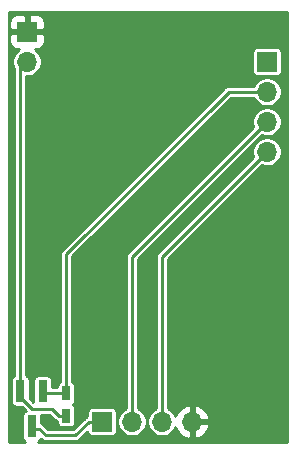
<source format=gtl>
G04 #@! TF.GenerationSoftware,KiCad,Pcbnew,5.1.5-52549c5~84~ubuntu18.04.1*
G04 #@! TF.CreationDate,2020-02-14T16:30:54+05:30*
G04 #@! TF.ProjectId,SenseEle_GPS_adapter,53656e73-6545-46c6-955f-4750535f6164,rev?*
G04 #@! TF.SameCoordinates,Original*
G04 #@! TF.FileFunction,Copper,L1,Top*
G04 #@! TF.FilePolarity,Positive*
%FSLAX46Y46*%
G04 Gerber Fmt 4.6, Leading zero omitted, Abs format (unit mm)*
G04 Created by KiCad (PCBNEW 5.1.5-52549c5~84~ubuntu18.04.1) date 2020-02-14 16:30:54*
%MOMM*%
%LPD*%
G04 APERTURE LIST*
%ADD10R,0.750000X1.200000*%
%ADD11R,0.800000X1.900000*%
%ADD12O,1.700000X1.700000*%
%ADD13R,1.700000X1.700000*%
%ADD14C,0.250000*%
%ADD15C,0.254000*%
G04 APERTURE END LIST*
D10*
X144300000Y-113800000D03*
X144300000Y-111900000D03*
D11*
X142300000Y-111700000D03*
X140400000Y-111700000D03*
X141350000Y-114700000D03*
D12*
X154940000Y-114300000D03*
X152400000Y-114300000D03*
X149860000Y-114300000D03*
D13*
X147320000Y-114300000D03*
D12*
X161290000Y-91440000D03*
X161290000Y-88900000D03*
X161290000Y-86360000D03*
D13*
X161290000Y-83820000D03*
D12*
X140970000Y-83820000D03*
D13*
X140970000Y-81280000D03*
D14*
X140400000Y-84390000D02*
X140970000Y-83820000D01*
X140400000Y-111900000D02*
X140400000Y-84390000D01*
X140400000Y-112200000D02*
X140400000Y-111900000D01*
X140400000Y-111700000D02*
X140400000Y-112200000D01*
X143675000Y-113800000D02*
X144300000Y-113800000D01*
X143075000Y-113200000D02*
X143675000Y-113800000D01*
X140400000Y-112200000D02*
X141400000Y-113200000D01*
X141400000Y-113200000D02*
X143075000Y-113200000D01*
X149860000Y-100330000D02*
X161290000Y-88900000D01*
X149860000Y-114300000D02*
X149860000Y-100330000D01*
X152400000Y-100330000D02*
X161290000Y-91440000D01*
X152400000Y-114300000D02*
X152400000Y-100330000D01*
X142300000Y-111900000D02*
X144300000Y-111900000D01*
X144300000Y-100100000D02*
X144300000Y-111900000D01*
X161290000Y-86360000D02*
X158040000Y-86360000D01*
X158040000Y-86360000D02*
X144300000Y-100100000D01*
X146220000Y-114300000D02*
X145070000Y-115450000D01*
X147320000Y-114300000D02*
X146220000Y-114300000D01*
X142550000Y-115450000D02*
X145070000Y-115450000D01*
X142000000Y-114900000D02*
X142550000Y-115450000D01*
X141350000Y-114900000D02*
X142000000Y-114900000D01*
D15*
G36*
X162994001Y-115994000D02*
G01*
X141914657Y-115994000D01*
X141962696Y-115968322D01*
X142020711Y-115920711D01*
X142068322Y-115862696D01*
X142103701Y-115796508D01*
X142121672Y-115737264D01*
X142174628Y-115790220D01*
X142190473Y-115809527D01*
X142267521Y-115872759D01*
X142355425Y-115919745D01*
X142428607Y-115941944D01*
X142450806Y-115948678D01*
X142460694Y-115949652D01*
X142525146Y-115956000D01*
X142525153Y-115956000D01*
X142549999Y-115958447D01*
X142574845Y-115956000D01*
X145045154Y-115956000D01*
X145070000Y-115958447D01*
X145094846Y-115956000D01*
X145094854Y-115956000D01*
X145169193Y-115948678D01*
X145264575Y-115919745D01*
X145352479Y-115872759D01*
X145429527Y-115809527D01*
X145445376Y-115790215D01*
X146087157Y-115148435D01*
X146087157Y-115150000D01*
X146094513Y-115224689D01*
X146116299Y-115296508D01*
X146151678Y-115362696D01*
X146199289Y-115420711D01*
X146257304Y-115468322D01*
X146323492Y-115503701D01*
X146395311Y-115525487D01*
X146470000Y-115532843D01*
X148170000Y-115532843D01*
X148244689Y-115525487D01*
X148316508Y-115503701D01*
X148382696Y-115468322D01*
X148440711Y-115420711D01*
X148488322Y-115362696D01*
X148523701Y-115296508D01*
X148545487Y-115224689D01*
X148552843Y-115150000D01*
X148552843Y-114178757D01*
X148629000Y-114178757D01*
X148629000Y-114421243D01*
X148676307Y-114659069D01*
X148769102Y-114883097D01*
X148903820Y-115084717D01*
X149075283Y-115256180D01*
X149276903Y-115390898D01*
X149500931Y-115483693D01*
X149738757Y-115531000D01*
X149981243Y-115531000D01*
X150219069Y-115483693D01*
X150443097Y-115390898D01*
X150644717Y-115256180D01*
X150816180Y-115084717D01*
X150950898Y-114883097D01*
X151043693Y-114659069D01*
X151091000Y-114421243D01*
X151091000Y-114178757D01*
X151169000Y-114178757D01*
X151169000Y-114421243D01*
X151216307Y-114659069D01*
X151309102Y-114883097D01*
X151443820Y-115084717D01*
X151615283Y-115256180D01*
X151816903Y-115390898D01*
X152040931Y-115483693D01*
X152278757Y-115531000D01*
X152521243Y-115531000D01*
X152759069Y-115483693D01*
X152983097Y-115390898D01*
X153184717Y-115256180D01*
X153356180Y-115084717D01*
X153490898Y-114883097D01*
X153538228Y-114768832D01*
X153595843Y-114931252D01*
X153744822Y-115181355D01*
X153939731Y-115397588D01*
X154173080Y-115571641D01*
X154435901Y-115696825D01*
X154583110Y-115741476D01*
X154813000Y-115620155D01*
X154813000Y-114427000D01*
X155067000Y-114427000D01*
X155067000Y-115620155D01*
X155296890Y-115741476D01*
X155444099Y-115696825D01*
X155706920Y-115571641D01*
X155940269Y-115397588D01*
X156135178Y-115181355D01*
X156284157Y-114931252D01*
X156381481Y-114656891D01*
X156260814Y-114427000D01*
X155067000Y-114427000D01*
X154813000Y-114427000D01*
X154793000Y-114427000D01*
X154793000Y-114173000D01*
X154813000Y-114173000D01*
X154813000Y-112979845D01*
X155067000Y-112979845D01*
X155067000Y-114173000D01*
X156260814Y-114173000D01*
X156381481Y-113943109D01*
X156284157Y-113668748D01*
X156135178Y-113418645D01*
X155940269Y-113202412D01*
X155706920Y-113028359D01*
X155444099Y-112903175D01*
X155296890Y-112858524D01*
X155067000Y-112979845D01*
X154813000Y-112979845D01*
X154583110Y-112858524D01*
X154435901Y-112903175D01*
X154173080Y-113028359D01*
X153939731Y-113202412D01*
X153744822Y-113418645D01*
X153595843Y-113668748D01*
X153538228Y-113831168D01*
X153490898Y-113716903D01*
X153356180Y-113515283D01*
X153184717Y-113343820D01*
X152983097Y-113209102D01*
X152906000Y-113177168D01*
X152906000Y-100539591D01*
X160853834Y-92591758D01*
X160930931Y-92623693D01*
X161168757Y-92671000D01*
X161411243Y-92671000D01*
X161649069Y-92623693D01*
X161873097Y-92530898D01*
X162074717Y-92396180D01*
X162246180Y-92224717D01*
X162380898Y-92023097D01*
X162473693Y-91799069D01*
X162521000Y-91561243D01*
X162521000Y-91318757D01*
X162473693Y-91080931D01*
X162380898Y-90856903D01*
X162246180Y-90655283D01*
X162074717Y-90483820D01*
X161873097Y-90349102D01*
X161649069Y-90256307D01*
X161411243Y-90209000D01*
X161168757Y-90209000D01*
X160930931Y-90256307D01*
X160706903Y-90349102D01*
X160505283Y-90483820D01*
X160333820Y-90655283D01*
X160199102Y-90856903D01*
X160106307Y-91080931D01*
X160059000Y-91318757D01*
X160059000Y-91561243D01*
X160106307Y-91799069D01*
X160138242Y-91876166D01*
X152059781Y-99954628D01*
X152040474Y-99970473D01*
X151977242Y-100047521D01*
X151952127Y-100094508D01*
X151930255Y-100135426D01*
X151901322Y-100230808D01*
X151891553Y-100330000D01*
X151894001Y-100354856D01*
X151894000Y-113177167D01*
X151816903Y-113209102D01*
X151615283Y-113343820D01*
X151443820Y-113515283D01*
X151309102Y-113716903D01*
X151216307Y-113940931D01*
X151169000Y-114178757D01*
X151091000Y-114178757D01*
X151043693Y-113940931D01*
X150950898Y-113716903D01*
X150816180Y-113515283D01*
X150644717Y-113343820D01*
X150443097Y-113209102D01*
X150366000Y-113177168D01*
X150366000Y-100539591D01*
X160853834Y-90051758D01*
X160930931Y-90083693D01*
X161168757Y-90131000D01*
X161411243Y-90131000D01*
X161649069Y-90083693D01*
X161873097Y-89990898D01*
X162074717Y-89856180D01*
X162246180Y-89684717D01*
X162380898Y-89483097D01*
X162473693Y-89259069D01*
X162521000Y-89021243D01*
X162521000Y-88778757D01*
X162473693Y-88540931D01*
X162380898Y-88316903D01*
X162246180Y-88115283D01*
X162074717Y-87943820D01*
X161873097Y-87809102D01*
X161649069Y-87716307D01*
X161411243Y-87669000D01*
X161168757Y-87669000D01*
X160930931Y-87716307D01*
X160706903Y-87809102D01*
X160505283Y-87943820D01*
X160333820Y-88115283D01*
X160199102Y-88316903D01*
X160106307Y-88540931D01*
X160059000Y-88778757D01*
X160059000Y-89021243D01*
X160106307Y-89259069D01*
X160138242Y-89336166D01*
X149519781Y-99954628D01*
X149500474Y-99970473D01*
X149437242Y-100047521D01*
X149412127Y-100094508D01*
X149390255Y-100135426D01*
X149361322Y-100230808D01*
X149351553Y-100330000D01*
X149354001Y-100354856D01*
X149354000Y-113177167D01*
X149276903Y-113209102D01*
X149075283Y-113343820D01*
X148903820Y-113515283D01*
X148769102Y-113716903D01*
X148676307Y-113940931D01*
X148629000Y-114178757D01*
X148552843Y-114178757D01*
X148552843Y-113450000D01*
X148545487Y-113375311D01*
X148523701Y-113303492D01*
X148488322Y-113237304D01*
X148440711Y-113179289D01*
X148382696Y-113131678D01*
X148316508Y-113096299D01*
X148244689Y-113074513D01*
X148170000Y-113067157D01*
X146470000Y-113067157D01*
X146395311Y-113074513D01*
X146323492Y-113096299D01*
X146257304Y-113131678D01*
X146199289Y-113179289D01*
X146151678Y-113237304D01*
X146116299Y-113303492D01*
X146094513Y-113375311D01*
X146087157Y-113450000D01*
X146087157Y-113811529D01*
X146025425Y-113830255D01*
X145937521Y-113877241D01*
X145860473Y-113940473D01*
X145844628Y-113959780D01*
X144860409Y-114944000D01*
X142759592Y-114944000D01*
X142375376Y-114559785D01*
X142359527Y-114540473D01*
X142282479Y-114477241D01*
X142194575Y-114430255D01*
X142132843Y-114411529D01*
X142132843Y-113750000D01*
X142128510Y-113706000D01*
X142865409Y-113706000D01*
X143299628Y-114140220D01*
X143315473Y-114159527D01*
X143392521Y-114222759D01*
X143480425Y-114269745D01*
X143542157Y-114288471D01*
X143542157Y-114400000D01*
X143549513Y-114474689D01*
X143571299Y-114546508D01*
X143606678Y-114612696D01*
X143654289Y-114670711D01*
X143712304Y-114718322D01*
X143778492Y-114753701D01*
X143850311Y-114775487D01*
X143925000Y-114782843D01*
X144675000Y-114782843D01*
X144749689Y-114775487D01*
X144821508Y-114753701D01*
X144887696Y-114718322D01*
X144945711Y-114670711D01*
X144993322Y-114612696D01*
X145028701Y-114546508D01*
X145050487Y-114474689D01*
X145057843Y-114400000D01*
X145057843Y-113200000D01*
X145050487Y-113125311D01*
X145028701Y-113053492D01*
X144993322Y-112987304D01*
X144945711Y-112929289D01*
X144887696Y-112881678D01*
X144828432Y-112850000D01*
X144887696Y-112818322D01*
X144945711Y-112770711D01*
X144993322Y-112712696D01*
X145028701Y-112646508D01*
X145050487Y-112574689D01*
X145057843Y-112500000D01*
X145057843Y-111300000D01*
X145050487Y-111225311D01*
X145028701Y-111153492D01*
X144993322Y-111087304D01*
X144945711Y-111029289D01*
X144887696Y-110981678D01*
X144821508Y-110946299D01*
X144806000Y-110941595D01*
X144806000Y-100309591D01*
X158249592Y-86866000D01*
X160167168Y-86866000D01*
X160199102Y-86943097D01*
X160333820Y-87144717D01*
X160505283Y-87316180D01*
X160706903Y-87450898D01*
X160930931Y-87543693D01*
X161168757Y-87591000D01*
X161411243Y-87591000D01*
X161649069Y-87543693D01*
X161873097Y-87450898D01*
X162074717Y-87316180D01*
X162246180Y-87144717D01*
X162380898Y-86943097D01*
X162473693Y-86719069D01*
X162521000Y-86481243D01*
X162521000Y-86238757D01*
X162473693Y-86000931D01*
X162380898Y-85776903D01*
X162246180Y-85575283D01*
X162074717Y-85403820D01*
X161873097Y-85269102D01*
X161649069Y-85176307D01*
X161411243Y-85129000D01*
X161168757Y-85129000D01*
X160930931Y-85176307D01*
X160706903Y-85269102D01*
X160505283Y-85403820D01*
X160333820Y-85575283D01*
X160199102Y-85776903D01*
X160167168Y-85854000D01*
X158064845Y-85854000D01*
X158039999Y-85851553D01*
X158015153Y-85854000D01*
X158015146Y-85854000D01*
X157950694Y-85860348D01*
X157940806Y-85861322D01*
X157918607Y-85868056D01*
X157845425Y-85890255D01*
X157757521Y-85937241D01*
X157680473Y-86000473D01*
X157664628Y-86019780D01*
X143959785Y-99724624D01*
X143940473Y-99740473D01*
X143877241Y-99817521D01*
X143830255Y-99905426D01*
X143801322Y-100000808D01*
X143794000Y-100075147D01*
X143794000Y-100075154D01*
X143791553Y-100100000D01*
X143794000Y-100124846D01*
X143794001Y-110941594D01*
X143778492Y-110946299D01*
X143712304Y-110981678D01*
X143654289Y-111029289D01*
X143606678Y-111087304D01*
X143571299Y-111153492D01*
X143549513Y-111225311D01*
X143542157Y-111300000D01*
X143542157Y-111394000D01*
X143082843Y-111394000D01*
X143082843Y-110750000D01*
X143075487Y-110675311D01*
X143053701Y-110603492D01*
X143018322Y-110537304D01*
X142970711Y-110479289D01*
X142912696Y-110431678D01*
X142846508Y-110396299D01*
X142774689Y-110374513D01*
X142700000Y-110367157D01*
X141900000Y-110367157D01*
X141825311Y-110374513D01*
X141753492Y-110396299D01*
X141687304Y-110431678D01*
X141629289Y-110479289D01*
X141581678Y-110537304D01*
X141546299Y-110603492D01*
X141524513Y-110675311D01*
X141517157Y-110750000D01*
X141517157Y-112601565D01*
X141182843Y-112267252D01*
X141182843Y-110750000D01*
X141175487Y-110675311D01*
X141153701Y-110603492D01*
X141118322Y-110537304D01*
X141070711Y-110479289D01*
X141012696Y-110431678D01*
X140946508Y-110396299D01*
X140906000Y-110384011D01*
X140906000Y-85051000D01*
X141091243Y-85051000D01*
X141329069Y-85003693D01*
X141553097Y-84910898D01*
X141754717Y-84776180D01*
X141926180Y-84604717D01*
X142060898Y-84403097D01*
X142153693Y-84179069D01*
X142201000Y-83941243D01*
X142201000Y-83698757D01*
X142153693Y-83460931D01*
X142060898Y-83236903D01*
X141926180Y-83035283D01*
X141860897Y-82970000D01*
X160057157Y-82970000D01*
X160057157Y-84670000D01*
X160064513Y-84744689D01*
X160086299Y-84816508D01*
X160121678Y-84882696D01*
X160169289Y-84940711D01*
X160227304Y-84988322D01*
X160293492Y-85023701D01*
X160365311Y-85045487D01*
X160440000Y-85052843D01*
X162140000Y-85052843D01*
X162214689Y-85045487D01*
X162286508Y-85023701D01*
X162352696Y-84988322D01*
X162410711Y-84940711D01*
X162458322Y-84882696D01*
X162493701Y-84816508D01*
X162515487Y-84744689D01*
X162522843Y-84670000D01*
X162522843Y-82970000D01*
X162515487Y-82895311D01*
X162493701Y-82823492D01*
X162458322Y-82757304D01*
X162410711Y-82699289D01*
X162352696Y-82651678D01*
X162286508Y-82616299D01*
X162214689Y-82594513D01*
X162140000Y-82587157D01*
X160440000Y-82587157D01*
X160365311Y-82594513D01*
X160293492Y-82616299D01*
X160227304Y-82651678D01*
X160169289Y-82699289D01*
X160121678Y-82757304D01*
X160086299Y-82823492D01*
X160064513Y-82895311D01*
X160057157Y-82970000D01*
X141860897Y-82970000D01*
X141754717Y-82863820D01*
X141609706Y-82766927D01*
X141820000Y-82768072D01*
X141944482Y-82755812D01*
X142064180Y-82719502D01*
X142174494Y-82660537D01*
X142271185Y-82581185D01*
X142350537Y-82484494D01*
X142409502Y-82374180D01*
X142445812Y-82254482D01*
X142458072Y-82130000D01*
X142455000Y-81565750D01*
X142296250Y-81407000D01*
X141097000Y-81407000D01*
X141097000Y-81427000D01*
X140843000Y-81427000D01*
X140843000Y-81407000D01*
X139643750Y-81407000D01*
X139485000Y-81565750D01*
X139481928Y-82130000D01*
X139494188Y-82254482D01*
X139530498Y-82374180D01*
X139589463Y-82484494D01*
X139668815Y-82581185D01*
X139765506Y-82660537D01*
X139875820Y-82719502D01*
X139995518Y-82755812D01*
X140120000Y-82768072D01*
X140330294Y-82766927D01*
X140185283Y-82863820D01*
X140013820Y-83035283D01*
X139879102Y-83236903D01*
X139786307Y-83460931D01*
X139739000Y-83698757D01*
X139739000Y-83941243D01*
X139786307Y-84179069D01*
X139879102Y-84403097D01*
X139894001Y-84425395D01*
X139894000Y-110384011D01*
X139853492Y-110396299D01*
X139787304Y-110431678D01*
X139729289Y-110479289D01*
X139681678Y-110537304D01*
X139646299Y-110603492D01*
X139624513Y-110675311D01*
X139617157Y-110750000D01*
X139617157Y-112650000D01*
X139624513Y-112724689D01*
X139646299Y-112796508D01*
X139681678Y-112862696D01*
X139729289Y-112920711D01*
X139787304Y-112968322D01*
X139853492Y-113003701D01*
X139925311Y-113025487D01*
X140000000Y-113032843D01*
X140517252Y-113032843D01*
X140862736Y-113378328D01*
X140803492Y-113396299D01*
X140737304Y-113431678D01*
X140679289Y-113479289D01*
X140631678Y-113537304D01*
X140596299Y-113603492D01*
X140574513Y-113675311D01*
X140567157Y-113750000D01*
X140567157Y-115650000D01*
X140574513Y-115724689D01*
X140596299Y-115796508D01*
X140631678Y-115862696D01*
X140679289Y-115920711D01*
X140737304Y-115968322D01*
X140785343Y-115994000D01*
X139406000Y-115994000D01*
X139406000Y-80430000D01*
X139481928Y-80430000D01*
X139485000Y-80994250D01*
X139643750Y-81153000D01*
X140843000Y-81153000D01*
X140843000Y-79953750D01*
X141097000Y-79953750D01*
X141097000Y-81153000D01*
X142296250Y-81153000D01*
X142455000Y-80994250D01*
X142458072Y-80430000D01*
X142445812Y-80305518D01*
X142409502Y-80185820D01*
X142350537Y-80075506D01*
X142271185Y-79978815D01*
X142174494Y-79899463D01*
X142064180Y-79840498D01*
X141944482Y-79804188D01*
X141820000Y-79791928D01*
X141255750Y-79795000D01*
X141097000Y-79953750D01*
X140843000Y-79953750D01*
X140684250Y-79795000D01*
X140120000Y-79791928D01*
X139995518Y-79804188D01*
X139875820Y-79840498D01*
X139765506Y-79899463D01*
X139668815Y-79978815D01*
X139589463Y-80075506D01*
X139530498Y-80185820D01*
X139494188Y-80305518D01*
X139481928Y-80430000D01*
X139406000Y-80430000D01*
X139406000Y-79606000D01*
X162994000Y-79606000D01*
X162994001Y-115994000D01*
G37*
X162994001Y-115994000D02*
X141914657Y-115994000D01*
X141962696Y-115968322D01*
X142020711Y-115920711D01*
X142068322Y-115862696D01*
X142103701Y-115796508D01*
X142121672Y-115737264D01*
X142174628Y-115790220D01*
X142190473Y-115809527D01*
X142267521Y-115872759D01*
X142355425Y-115919745D01*
X142428607Y-115941944D01*
X142450806Y-115948678D01*
X142460694Y-115949652D01*
X142525146Y-115956000D01*
X142525153Y-115956000D01*
X142549999Y-115958447D01*
X142574845Y-115956000D01*
X145045154Y-115956000D01*
X145070000Y-115958447D01*
X145094846Y-115956000D01*
X145094854Y-115956000D01*
X145169193Y-115948678D01*
X145264575Y-115919745D01*
X145352479Y-115872759D01*
X145429527Y-115809527D01*
X145445376Y-115790215D01*
X146087157Y-115148435D01*
X146087157Y-115150000D01*
X146094513Y-115224689D01*
X146116299Y-115296508D01*
X146151678Y-115362696D01*
X146199289Y-115420711D01*
X146257304Y-115468322D01*
X146323492Y-115503701D01*
X146395311Y-115525487D01*
X146470000Y-115532843D01*
X148170000Y-115532843D01*
X148244689Y-115525487D01*
X148316508Y-115503701D01*
X148382696Y-115468322D01*
X148440711Y-115420711D01*
X148488322Y-115362696D01*
X148523701Y-115296508D01*
X148545487Y-115224689D01*
X148552843Y-115150000D01*
X148552843Y-114178757D01*
X148629000Y-114178757D01*
X148629000Y-114421243D01*
X148676307Y-114659069D01*
X148769102Y-114883097D01*
X148903820Y-115084717D01*
X149075283Y-115256180D01*
X149276903Y-115390898D01*
X149500931Y-115483693D01*
X149738757Y-115531000D01*
X149981243Y-115531000D01*
X150219069Y-115483693D01*
X150443097Y-115390898D01*
X150644717Y-115256180D01*
X150816180Y-115084717D01*
X150950898Y-114883097D01*
X151043693Y-114659069D01*
X151091000Y-114421243D01*
X151091000Y-114178757D01*
X151169000Y-114178757D01*
X151169000Y-114421243D01*
X151216307Y-114659069D01*
X151309102Y-114883097D01*
X151443820Y-115084717D01*
X151615283Y-115256180D01*
X151816903Y-115390898D01*
X152040931Y-115483693D01*
X152278757Y-115531000D01*
X152521243Y-115531000D01*
X152759069Y-115483693D01*
X152983097Y-115390898D01*
X153184717Y-115256180D01*
X153356180Y-115084717D01*
X153490898Y-114883097D01*
X153538228Y-114768832D01*
X153595843Y-114931252D01*
X153744822Y-115181355D01*
X153939731Y-115397588D01*
X154173080Y-115571641D01*
X154435901Y-115696825D01*
X154583110Y-115741476D01*
X154813000Y-115620155D01*
X154813000Y-114427000D01*
X155067000Y-114427000D01*
X155067000Y-115620155D01*
X155296890Y-115741476D01*
X155444099Y-115696825D01*
X155706920Y-115571641D01*
X155940269Y-115397588D01*
X156135178Y-115181355D01*
X156284157Y-114931252D01*
X156381481Y-114656891D01*
X156260814Y-114427000D01*
X155067000Y-114427000D01*
X154813000Y-114427000D01*
X154793000Y-114427000D01*
X154793000Y-114173000D01*
X154813000Y-114173000D01*
X154813000Y-112979845D01*
X155067000Y-112979845D01*
X155067000Y-114173000D01*
X156260814Y-114173000D01*
X156381481Y-113943109D01*
X156284157Y-113668748D01*
X156135178Y-113418645D01*
X155940269Y-113202412D01*
X155706920Y-113028359D01*
X155444099Y-112903175D01*
X155296890Y-112858524D01*
X155067000Y-112979845D01*
X154813000Y-112979845D01*
X154583110Y-112858524D01*
X154435901Y-112903175D01*
X154173080Y-113028359D01*
X153939731Y-113202412D01*
X153744822Y-113418645D01*
X153595843Y-113668748D01*
X153538228Y-113831168D01*
X153490898Y-113716903D01*
X153356180Y-113515283D01*
X153184717Y-113343820D01*
X152983097Y-113209102D01*
X152906000Y-113177168D01*
X152906000Y-100539591D01*
X160853834Y-92591758D01*
X160930931Y-92623693D01*
X161168757Y-92671000D01*
X161411243Y-92671000D01*
X161649069Y-92623693D01*
X161873097Y-92530898D01*
X162074717Y-92396180D01*
X162246180Y-92224717D01*
X162380898Y-92023097D01*
X162473693Y-91799069D01*
X162521000Y-91561243D01*
X162521000Y-91318757D01*
X162473693Y-91080931D01*
X162380898Y-90856903D01*
X162246180Y-90655283D01*
X162074717Y-90483820D01*
X161873097Y-90349102D01*
X161649069Y-90256307D01*
X161411243Y-90209000D01*
X161168757Y-90209000D01*
X160930931Y-90256307D01*
X160706903Y-90349102D01*
X160505283Y-90483820D01*
X160333820Y-90655283D01*
X160199102Y-90856903D01*
X160106307Y-91080931D01*
X160059000Y-91318757D01*
X160059000Y-91561243D01*
X160106307Y-91799069D01*
X160138242Y-91876166D01*
X152059781Y-99954628D01*
X152040474Y-99970473D01*
X151977242Y-100047521D01*
X151952127Y-100094508D01*
X151930255Y-100135426D01*
X151901322Y-100230808D01*
X151891553Y-100330000D01*
X151894001Y-100354856D01*
X151894000Y-113177167D01*
X151816903Y-113209102D01*
X151615283Y-113343820D01*
X151443820Y-113515283D01*
X151309102Y-113716903D01*
X151216307Y-113940931D01*
X151169000Y-114178757D01*
X151091000Y-114178757D01*
X151043693Y-113940931D01*
X150950898Y-113716903D01*
X150816180Y-113515283D01*
X150644717Y-113343820D01*
X150443097Y-113209102D01*
X150366000Y-113177168D01*
X150366000Y-100539591D01*
X160853834Y-90051758D01*
X160930931Y-90083693D01*
X161168757Y-90131000D01*
X161411243Y-90131000D01*
X161649069Y-90083693D01*
X161873097Y-89990898D01*
X162074717Y-89856180D01*
X162246180Y-89684717D01*
X162380898Y-89483097D01*
X162473693Y-89259069D01*
X162521000Y-89021243D01*
X162521000Y-88778757D01*
X162473693Y-88540931D01*
X162380898Y-88316903D01*
X162246180Y-88115283D01*
X162074717Y-87943820D01*
X161873097Y-87809102D01*
X161649069Y-87716307D01*
X161411243Y-87669000D01*
X161168757Y-87669000D01*
X160930931Y-87716307D01*
X160706903Y-87809102D01*
X160505283Y-87943820D01*
X160333820Y-88115283D01*
X160199102Y-88316903D01*
X160106307Y-88540931D01*
X160059000Y-88778757D01*
X160059000Y-89021243D01*
X160106307Y-89259069D01*
X160138242Y-89336166D01*
X149519781Y-99954628D01*
X149500474Y-99970473D01*
X149437242Y-100047521D01*
X149412127Y-100094508D01*
X149390255Y-100135426D01*
X149361322Y-100230808D01*
X149351553Y-100330000D01*
X149354001Y-100354856D01*
X149354000Y-113177167D01*
X149276903Y-113209102D01*
X149075283Y-113343820D01*
X148903820Y-113515283D01*
X148769102Y-113716903D01*
X148676307Y-113940931D01*
X148629000Y-114178757D01*
X148552843Y-114178757D01*
X148552843Y-113450000D01*
X148545487Y-113375311D01*
X148523701Y-113303492D01*
X148488322Y-113237304D01*
X148440711Y-113179289D01*
X148382696Y-113131678D01*
X148316508Y-113096299D01*
X148244689Y-113074513D01*
X148170000Y-113067157D01*
X146470000Y-113067157D01*
X146395311Y-113074513D01*
X146323492Y-113096299D01*
X146257304Y-113131678D01*
X146199289Y-113179289D01*
X146151678Y-113237304D01*
X146116299Y-113303492D01*
X146094513Y-113375311D01*
X146087157Y-113450000D01*
X146087157Y-113811529D01*
X146025425Y-113830255D01*
X145937521Y-113877241D01*
X145860473Y-113940473D01*
X145844628Y-113959780D01*
X144860409Y-114944000D01*
X142759592Y-114944000D01*
X142375376Y-114559785D01*
X142359527Y-114540473D01*
X142282479Y-114477241D01*
X142194575Y-114430255D01*
X142132843Y-114411529D01*
X142132843Y-113750000D01*
X142128510Y-113706000D01*
X142865409Y-113706000D01*
X143299628Y-114140220D01*
X143315473Y-114159527D01*
X143392521Y-114222759D01*
X143480425Y-114269745D01*
X143542157Y-114288471D01*
X143542157Y-114400000D01*
X143549513Y-114474689D01*
X143571299Y-114546508D01*
X143606678Y-114612696D01*
X143654289Y-114670711D01*
X143712304Y-114718322D01*
X143778492Y-114753701D01*
X143850311Y-114775487D01*
X143925000Y-114782843D01*
X144675000Y-114782843D01*
X144749689Y-114775487D01*
X144821508Y-114753701D01*
X144887696Y-114718322D01*
X144945711Y-114670711D01*
X144993322Y-114612696D01*
X145028701Y-114546508D01*
X145050487Y-114474689D01*
X145057843Y-114400000D01*
X145057843Y-113200000D01*
X145050487Y-113125311D01*
X145028701Y-113053492D01*
X144993322Y-112987304D01*
X144945711Y-112929289D01*
X144887696Y-112881678D01*
X144828432Y-112850000D01*
X144887696Y-112818322D01*
X144945711Y-112770711D01*
X144993322Y-112712696D01*
X145028701Y-112646508D01*
X145050487Y-112574689D01*
X145057843Y-112500000D01*
X145057843Y-111300000D01*
X145050487Y-111225311D01*
X145028701Y-111153492D01*
X144993322Y-111087304D01*
X144945711Y-111029289D01*
X144887696Y-110981678D01*
X144821508Y-110946299D01*
X144806000Y-110941595D01*
X144806000Y-100309591D01*
X158249592Y-86866000D01*
X160167168Y-86866000D01*
X160199102Y-86943097D01*
X160333820Y-87144717D01*
X160505283Y-87316180D01*
X160706903Y-87450898D01*
X160930931Y-87543693D01*
X161168757Y-87591000D01*
X161411243Y-87591000D01*
X161649069Y-87543693D01*
X161873097Y-87450898D01*
X162074717Y-87316180D01*
X162246180Y-87144717D01*
X162380898Y-86943097D01*
X162473693Y-86719069D01*
X162521000Y-86481243D01*
X162521000Y-86238757D01*
X162473693Y-86000931D01*
X162380898Y-85776903D01*
X162246180Y-85575283D01*
X162074717Y-85403820D01*
X161873097Y-85269102D01*
X161649069Y-85176307D01*
X161411243Y-85129000D01*
X161168757Y-85129000D01*
X160930931Y-85176307D01*
X160706903Y-85269102D01*
X160505283Y-85403820D01*
X160333820Y-85575283D01*
X160199102Y-85776903D01*
X160167168Y-85854000D01*
X158064845Y-85854000D01*
X158039999Y-85851553D01*
X158015153Y-85854000D01*
X158015146Y-85854000D01*
X157950694Y-85860348D01*
X157940806Y-85861322D01*
X157918607Y-85868056D01*
X157845425Y-85890255D01*
X157757521Y-85937241D01*
X157680473Y-86000473D01*
X157664628Y-86019780D01*
X143959785Y-99724624D01*
X143940473Y-99740473D01*
X143877241Y-99817521D01*
X143830255Y-99905426D01*
X143801322Y-100000808D01*
X143794000Y-100075147D01*
X143794000Y-100075154D01*
X143791553Y-100100000D01*
X143794000Y-100124846D01*
X143794001Y-110941594D01*
X143778492Y-110946299D01*
X143712304Y-110981678D01*
X143654289Y-111029289D01*
X143606678Y-111087304D01*
X143571299Y-111153492D01*
X143549513Y-111225311D01*
X143542157Y-111300000D01*
X143542157Y-111394000D01*
X143082843Y-111394000D01*
X143082843Y-110750000D01*
X143075487Y-110675311D01*
X143053701Y-110603492D01*
X143018322Y-110537304D01*
X142970711Y-110479289D01*
X142912696Y-110431678D01*
X142846508Y-110396299D01*
X142774689Y-110374513D01*
X142700000Y-110367157D01*
X141900000Y-110367157D01*
X141825311Y-110374513D01*
X141753492Y-110396299D01*
X141687304Y-110431678D01*
X141629289Y-110479289D01*
X141581678Y-110537304D01*
X141546299Y-110603492D01*
X141524513Y-110675311D01*
X141517157Y-110750000D01*
X141517157Y-112601565D01*
X141182843Y-112267252D01*
X141182843Y-110750000D01*
X141175487Y-110675311D01*
X141153701Y-110603492D01*
X141118322Y-110537304D01*
X141070711Y-110479289D01*
X141012696Y-110431678D01*
X140946508Y-110396299D01*
X140906000Y-110384011D01*
X140906000Y-85051000D01*
X141091243Y-85051000D01*
X141329069Y-85003693D01*
X141553097Y-84910898D01*
X141754717Y-84776180D01*
X141926180Y-84604717D01*
X142060898Y-84403097D01*
X142153693Y-84179069D01*
X142201000Y-83941243D01*
X142201000Y-83698757D01*
X142153693Y-83460931D01*
X142060898Y-83236903D01*
X141926180Y-83035283D01*
X141860897Y-82970000D01*
X160057157Y-82970000D01*
X160057157Y-84670000D01*
X160064513Y-84744689D01*
X160086299Y-84816508D01*
X160121678Y-84882696D01*
X160169289Y-84940711D01*
X160227304Y-84988322D01*
X160293492Y-85023701D01*
X160365311Y-85045487D01*
X160440000Y-85052843D01*
X162140000Y-85052843D01*
X162214689Y-85045487D01*
X162286508Y-85023701D01*
X162352696Y-84988322D01*
X162410711Y-84940711D01*
X162458322Y-84882696D01*
X162493701Y-84816508D01*
X162515487Y-84744689D01*
X162522843Y-84670000D01*
X162522843Y-82970000D01*
X162515487Y-82895311D01*
X162493701Y-82823492D01*
X162458322Y-82757304D01*
X162410711Y-82699289D01*
X162352696Y-82651678D01*
X162286508Y-82616299D01*
X162214689Y-82594513D01*
X162140000Y-82587157D01*
X160440000Y-82587157D01*
X160365311Y-82594513D01*
X160293492Y-82616299D01*
X160227304Y-82651678D01*
X160169289Y-82699289D01*
X160121678Y-82757304D01*
X160086299Y-82823492D01*
X160064513Y-82895311D01*
X160057157Y-82970000D01*
X141860897Y-82970000D01*
X141754717Y-82863820D01*
X141609706Y-82766927D01*
X141820000Y-82768072D01*
X141944482Y-82755812D01*
X142064180Y-82719502D01*
X142174494Y-82660537D01*
X142271185Y-82581185D01*
X142350537Y-82484494D01*
X142409502Y-82374180D01*
X142445812Y-82254482D01*
X142458072Y-82130000D01*
X142455000Y-81565750D01*
X142296250Y-81407000D01*
X141097000Y-81407000D01*
X141097000Y-81427000D01*
X140843000Y-81427000D01*
X140843000Y-81407000D01*
X139643750Y-81407000D01*
X139485000Y-81565750D01*
X139481928Y-82130000D01*
X139494188Y-82254482D01*
X139530498Y-82374180D01*
X139589463Y-82484494D01*
X139668815Y-82581185D01*
X139765506Y-82660537D01*
X139875820Y-82719502D01*
X139995518Y-82755812D01*
X140120000Y-82768072D01*
X140330294Y-82766927D01*
X140185283Y-82863820D01*
X140013820Y-83035283D01*
X139879102Y-83236903D01*
X139786307Y-83460931D01*
X139739000Y-83698757D01*
X139739000Y-83941243D01*
X139786307Y-84179069D01*
X139879102Y-84403097D01*
X139894001Y-84425395D01*
X139894000Y-110384011D01*
X139853492Y-110396299D01*
X139787304Y-110431678D01*
X139729289Y-110479289D01*
X139681678Y-110537304D01*
X139646299Y-110603492D01*
X139624513Y-110675311D01*
X139617157Y-110750000D01*
X139617157Y-112650000D01*
X139624513Y-112724689D01*
X139646299Y-112796508D01*
X139681678Y-112862696D01*
X139729289Y-112920711D01*
X139787304Y-112968322D01*
X139853492Y-113003701D01*
X139925311Y-113025487D01*
X140000000Y-113032843D01*
X140517252Y-113032843D01*
X140862736Y-113378328D01*
X140803492Y-113396299D01*
X140737304Y-113431678D01*
X140679289Y-113479289D01*
X140631678Y-113537304D01*
X140596299Y-113603492D01*
X140574513Y-113675311D01*
X140567157Y-113750000D01*
X140567157Y-115650000D01*
X140574513Y-115724689D01*
X140596299Y-115796508D01*
X140631678Y-115862696D01*
X140679289Y-115920711D01*
X140737304Y-115968322D01*
X140785343Y-115994000D01*
X139406000Y-115994000D01*
X139406000Y-80430000D01*
X139481928Y-80430000D01*
X139485000Y-80994250D01*
X139643750Y-81153000D01*
X140843000Y-81153000D01*
X140843000Y-79953750D01*
X141097000Y-79953750D01*
X141097000Y-81153000D01*
X142296250Y-81153000D01*
X142455000Y-80994250D01*
X142458072Y-80430000D01*
X142445812Y-80305518D01*
X142409502Y-80185820D01*
X142350537Y-80075506D01*
X142271185Y-79978815D01*
X142174494Y-79899463D01*
X142064180Y-79840498D01*
X141944482Y-79804188D01*
X141820000Y-79791928D01*
X141255750Y-79795000D01*
X141097000Y-79953750D01*
X140843000Y-79953750D01*
X140684250Y-79795000D01*
X140120000Y-79791928D01*
X139995518Y-79804188D01*
X139875820Y-79840498D01*
X139765506Y-79899463D01*
X139668815Y-79978815D01*
X139589463Y-80075506D01*
X139530498Y-80185820D01*
X139494188Y-80305518D01*
X139481928Y-80430000D01*
X139406000Y-80430000D01*
X139406000Y-79606000D01*
X162994000Y-79606000D01*
X162994001Y-115994000D01*
M02*

</source>
